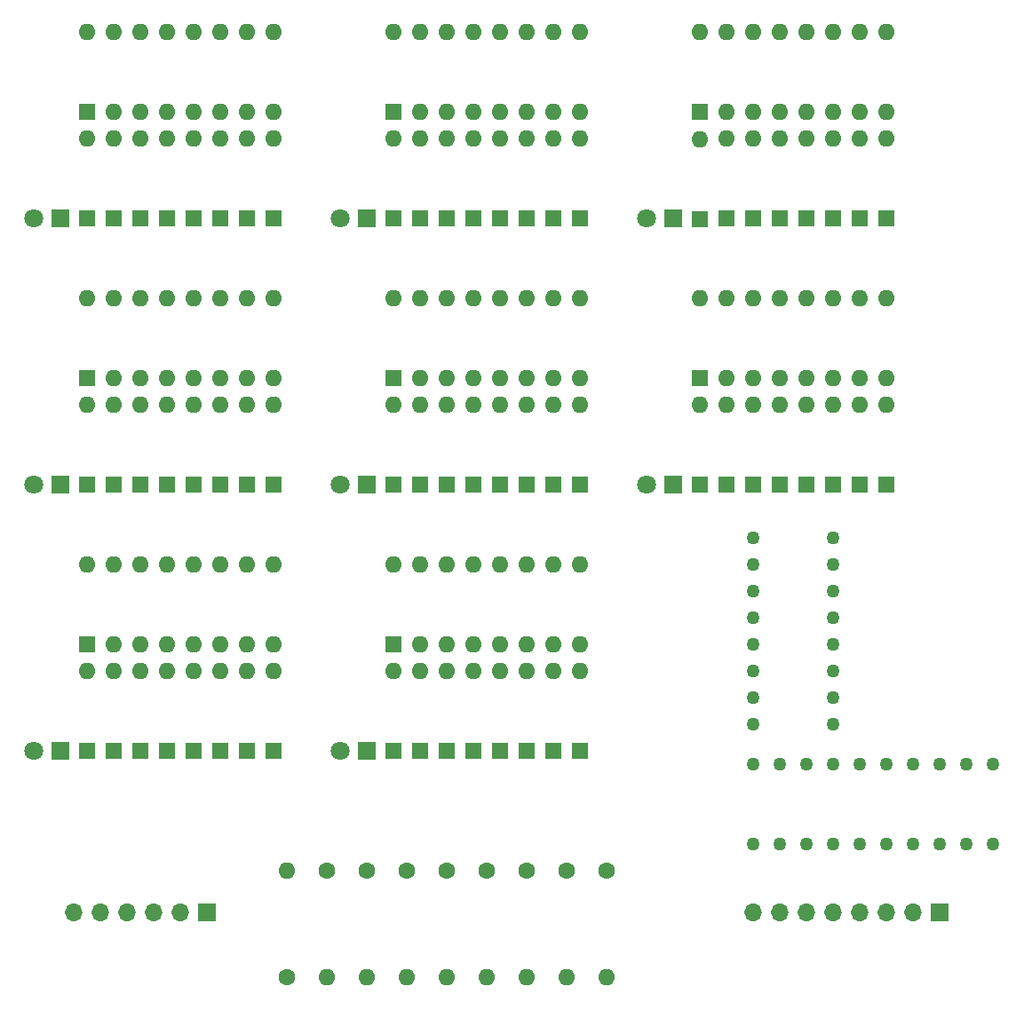
<source format=gts>
G04 #@! TF.GenerationSoftware,KiCad,Pcbnew,8.0.6*
G04 #@! TF.CreationDate,2024-11-11T00:09:23+09:00*
G04 #@! TF.ProjectId,memory_module,6d656d6f-7279-45f6-9d6f-64756c652e6b,rev?*
G04 #@! TF.SameCoordinates,Original*
G04 #@! TF.FileFunction,Soldermask,Top*
G04 #@! TF.FilePolarity,Negative*
%FSLAX46Y46*%
G04 Gerber Fmt 4.6, Leading zero omitted, Abs format (unit mm)*
G04 Created by KiCad (PCBNEW 8.0.6) date 2024-11-11 00:09:23*
%MOMM*%
%LPD*%
G01*
G04 APERTURE LIST*
%ADD10R,1.800000X1.800000*%
%ADD11C,1.800000*%
%ADD12C,1.600000*%
%ADD13O,1.600000X1.600000*%
%ADD14R,1.600000X1.600000*%
%ADD15C,1.270000*%
%ADD16R,1.700000X1.700000*%
%ADD17O,1.700000X1.700000*%
G04 APERTURE END LIST*
D10*
G04 #@! TO.C,D68*
X47620000Y-88260000D03*
D11*
X45080000Y-88260000D03*
G04 #@! TD*
D12*
G04 #@! TO.C,R2*
X76830000Y-125090000D03*
D13*
X76830000Y-135250000D03*
G04 #@! TD*
D14*
G04 #@! TO.C,D53*
X60310000Y-113617500D03*
D13*
X60310000Y-105997500D03*
G04 #@! TD*
D14*
G04 #@! TO.C,D54*
X62850000Y-113617500D03*
D13*
X62850000Y-105997500D03*
G04 #@! TD*
D14*
G04 #@! TO.C,D57*
X79370000Y-113660000D03*
D13*
X79370000Y-106040000D03*
G04 #@! TD*
D14*
G04 #@! TO.C,D34*
X81900000Y-88260000D03*
D13*
X81900000Y-80640000D03*
G04 #@! TD*
D10*
G04 #@! TO.C,D69*
X76830000Y-88260000D03*
D11*
X74290000Y-88260000D03*
G04 #@! TD*
D14*
G04 #@! TO.C,D46*
X121270000Y-88260000D03*
D13*
X121270000Y-80640000D03*
G04 #@! TD*
D14*
G04 #@! TO.C,D6*
X62860000Y-62860000D03*
D13*
X62860000Y-55240000D03*
G04 #@! TD*
D14*
G04 #@! TO.C,D36*
X86980000Y-88260000D03*
D13*
X86980000Y-80640000D03*
G04 #@! TD*
D14*
G04 #@! TO.C,D48*
X126350000Y-88260000D03*
D13*
X126350000Y-80640000D03*
G04 #@! TD*
D14*
G04 #@! TO.C,D42*
X111110000Y-88260000D03*
D13*
X111110000Y-80640000D03*
G04 #@! TD*
D14*
G04 #@! TO.C,D35*
X84440000Y-88260000D03*
D13*
X84440000Y-80640000D03*
G04 #@! TD*
D14*
G04 #@! TO.C,D29*
X60320000Y-88217500D03*
D13*
X60320000Y-80597500D03*
G04 #@! TD*
D14*
G04 #@! TO.C,D61*
X89530000Y-113660000D03*
D13*
X89530000Y-106040000D03*
G04 #@! TD*
D14*
G04 #@! TO.C,D24*
X126360000Y-62860000D03*
D13*
X126360000Y-55240000D03*
G04 #@! TD*
D14*
G04 #@! TO.C,D43*
X113650000Y-88260000D03*
D13*
X113650000Y-80640000D03*
G04 #@! TD*
D14*
G04 #@! TO.C,D18*
X111120000Y-62860000D03*
D13*
X111120000Y-55240000D03*
G04 #@! TD*
D12*
G04 #@! TO.C,R4*
X84450000Y-125090000D03*
D13*
X84450000Y-135250000D03*
G04 #@! TD*
D14*
G04 #@! TO.C,D2*
X52700000Y-62860000D03*
D13*
X52700000Y-55240000D03*
G04 #@! TD*
D14*
G04 #@! TO.C,SW1*
X50160000Y-52700000D03*
D13*
X52700000Y-52700000D03*
X55240000Y-52700000D03*
X57780000Y-52700000D03*
X60320000Y-52700000D03*
X62860000Y-52700000D03*
X65400000Y-52700000D03*
X67940000Y-52700000D03*
X67940000Y-45080000D03*
X65400000Y-45080000D03*
X62860000Y-45080000D03*
X60320000Y-45080000D03*
X57780000Y-45080000D03*
X55240000Y-45080000D03*
X52700000Y-45080000D03*
X50160000Y-45080000D03*
G04 #@! TD*
D14*
G04 #@! TO.C,D20*
X116200000Y-62860000D03*
D13*
X116200000Y-55240000D03*
G04 #@! TD*
D14*
G04 #@! TO.C,D60*
X86990000Y-113660000D03*
D13*
X86990000Y-106040000D03*
G04 #@! TD*
D14*
G04 #@! TO.C,D41*
X108570000Y-88260000D03*
D13*
X108570000Y-80640000D03*
G04 #@! TD*
D14*
G04 #@! TO.C,D8*
X67940000Y-62860000D03*
D13*
X67940000Y-55240000D03*
G04 #@! TD*
D14*
G04 #@! TO.C,SW5*
X79360000Y-78100000D03*
D13*
X81900000Y-78100000D03*
X84440000Y-78100000D03*
X86980000Y-78100000D03*
X89520000Y-78100000D03*
X92060000Y-78100000D03*
X94600000Y-78100000D03*
X97140000Y-78100000D03*
X97140000Y-70480000D03*
X94600000Y-70480000D03*
X92060000Y-70480000D03*
X89520000Y-70480000D03*
X86980000Y-70480000D03*
X84440000Y-70480000D03*
X81900000Y-70480000D03*
X79360000Y-70480000D03*
G04 #@! TD*
D14*
G04 #@! TO.C,D58*
X81910000Y-113660000D03*
D13*
X81910000Y-106040000D03*
G04 #@! TD*
D14*
G04 #@! TO.C,SW3*
X108580000Y-52700000D03*
D13*
X111120000Y-52700000D03*
X113660000Y-52700000D03*
X116200000Y-52700000D03*
X118740000Y-52700000D03*
X121280000Y-52700000D03*
X123820000Y-52700000D03*
X126360000Y-52700000D03*
X126360000Y-45080000D03*
X123820000Y-45080000D03*
X121280000Y-45080000D03*
X118740000Y-45080000D03*
X116200000Y-45080000D03*
X113660000Y-45080000D03*
X111120000Y-45080000D03*
X108580000Y-45080000D03*
G04 #@! TD*
D12*
G04 #@! TO.C,R8*
X99690000Y-125090000D03*
D13*
X99690000Y-135250000D03*
G04 #@! TD*
D15*
G04 #@! TO.C,U1*
X113660000Y-93340000D03*
X113660000Y-95880000D03*
X113660000Y-98420000D03*
X113660000Y-100960000D03*
X113660000Y-103500000D03*
X113660000Y-106040000D03*
X113660000Y-108580000D03*
X113660000Y-111120000D03*
X121280000Y-111120000D03*
X121280000Y-108580000D03*
X121280000Y-106040000D03*
X121280000Y-103500000D03*
X121280000Y-100960000D03*
X121280000Y-98420000D03*
X121280000Y-95880000D03*
X121280000Y-93340000D03*
G04 #@! TD*
D14*
G04 #@! TO.C,D19*
X113660000Y-62860000D03*
D13*
X113660000Y-55240000D03*
G04 #@! TD*
D14*
G04 #@! TO.C,D64*
X97150000Y-113660000D03*
D13*
X97150000Y-106040000D03*
G04 #@! TD*
D14*
G04 #@! TO.C,D32*
X67940000Y-88217500D03*
D13*
X67940000Y-80597500D03*
G04 #@! TD*
D14*
G04 #@! TO.C,D21*
X118740000Y-62860000D03*
D13*
X118740000Y-55240000D03*
G04 #@! TD*
D12*
G04 #@! TO.C,R7*
X95880000Y-125090000D03*
D13*
X95880000Y-135250000D03*
G04 #@! TD*
D16*
G04 #@! TO.C,J1*
X61590000Y-129000000D03*
D17*
X59050000Y-129000000D03*
X56510000Y-129000000D03*
X53970000Y-129000000D03*
X51430000Y-129000000D03*
X48890000Y-129000000D03*
G04 #@! TD*
D14*
G04 #@! TO.C,D23*
X123820000Y-62860000D03*
D13*
X123820000Y-55240000D03*
G04 #@! TD*
D14*
G04 #@! TO.C,D49*
X50150000Y-113617500D03*
D13*
X50150000Y-105997500D03*
G04 #@! TD*
D14*
G04 #@! TO.C,D22*
X121280000Y-62860000D03*
D13*
X121280000Y-55240000D03*
G04 #@! TD*
D14*
G04 #@! TO.C,SW6*
X108570000Y-78100000D03*
D13*
X111110000Y-78100000D03*
X113650000Y-78100000D03*
X116190000Y-78100000D03*
X118730000Y-78100000D03*
X121270000Y-78100000D03*
X123810000Y-78100000D03*
X126350000Y-78100000D03*
X126350000Y-70480000D03*
X123810000Y-70480000D03*
X121270000Y-70480000D03*
X118730000Y-70480000D03*
X116190000Y-70480000D03*
X113650000Y-70480000D03*
X111110000Y-70480000D03*
X108570000Y-70480000D03*
G04 #@! TD*
D14*
G04 #@! TO.C,D44*
X116190000Y-88260000D03*
D13*
X116190000Y-80640000D03*
G04 #@! TD*
D14*
G04 #@! TO.C,D33*
X79360000Y-88260000D03*
D13*
X79360000Y-80640000D03*
G04 #@! TD*
D10*
G04 #@! TO.C,D72*
X76830000Y-113660000D03*
D11*
X74290000Y-113660000D03*
G04 #@! TD*
D10*
G04 #@! TO.C,D71*
X47620000Y-113660000D03*
D11*
X45080000Y-113660000D03*
G04 #@! TD*
D14*
G04 #@! TO.C,D14*
X92060000Y-62860000D03*
D13*
X92060000Y-55240000D03*
G04 #@! TD*
D14*
G04 #@! TO.C,D3*
X55240000Y-62860000D03*
D13*
X55240000Y-55240000D03*
G04 #@! TD*
D10*
G04 #@! TO.C,D65*
X47620000Y-62860000D03*
D11*
X45080000Y-62860000D03*
G04 #@! TD*
D14*
G04 #@! TO.C,SW2*
X79360000Y-52700000D03*
D13*
X81900000Y-52700000D03*
X84440000Y-52700000D03*
X86980000Y-52700000D03*
X89520000Y-52700000D03*
X92060000Y-52700000D03*
X94600000Y-52700000D03*
X97140000Y-52700000D03*
X97140000Y-45080000D03*
X94600000Y-45080000D03*
X92060000Y-45080000D03*
X89520000Y-45080000D03*
X86980000Y-45080000D03*
X84440000Y-45080000D03*
X81900000Y-45080000D03*
X79360000Y-45080000D03*
G04 #@! TD*
D10*
G04 #@! TO.C,D67*
X106040000Y-62860000D03*
D11*
X103500000Y-62860000D03*
G04 #@! TD*
D14*
G04 #@! TO.C,D28*
X57780000Y-88217500D03*
D13*
X57780000Y-80597500D03*
G04 #@! TD*
D15*
G04 #@! TO.C,U2*
X136520000Y-114930000D03*
X133980000Y-114930000D03*
X131440000Y-114930000D03*
X128900000Y-114930000D03*
X126360000Y-114930000D03*
X123820000Y-114930000D03*
X121280000Y-114930000D03*
X118740000Y-114930000D03*
X116200000Y-114930000D03*
X113660000Y-114930000D03*
X113660000Y-122550000D03*
X116200000Y-122550000D03*
X118740000Y-122550000D03*
X121280000Y-122550000D03*
X123820000Y-122550000D03*
X126360000Y-122550000D03*
X128900000Y-122550000D03*
X131440000Y-122550000D03*
X133980000Y-122550000D03*
X136520000Y-122550000D03*
G04 #@! TD*
D14*
G04 #@! TO.C,D4*
X57780000Y-62860000D03*
D13*
X57780000Y-55240000D03*
G04 #@! TD*
D14*
G04 #@! TO.C,D13*
X89520000Y-62860000D03*
D13*
X89520000Y-55240000D03*
G04 #@! TD*
D14*
G04 #@! TO.C,D10*
X81900000Y-62860000D03*
D13*
X81900000Y-55240000D03*
G04 #@! TD*
D14*
G04 #@! TO.C,D12*
X86980000Y-62860000D03*
D13*
X86980000Y-55240000D03*
G04 #@! TD*
D14*
G04 #@! TO.C,D51*
X55230000Y-113617500D03*
D13*
X55230000Y-105997500D03*
G04 #@! TD*
D14*
G04 #@! TO.C,D50*
X52690000Y-113617500D03*
D13*
X52690000Y-105997500D03*
G04 #@! TD*
D14*
G04 #@! TO.C,D31*
X65400000Y-88217500D03*
D13*
X65400000Y-80597500D03*
G04 #@! TD*
D12*
G04 #@! TO.C,R3*
X80640000Y-125090000D03*
D13*
X80640000Y-135250000D03*
G04 #@! TD*
D14*
G04 #@! TO.C,SW8*
X79370000Y-103500000D03*
D13*
X81910000Y-103500000D03*
X84450000Y-103500000D03*
X86990000Y-103500000D03*
X89530000Y-103500000D03*
X92070000Y-103500000D03*
X94610000Y-103500000D03*
X97150000Y-103500000D03*
X97150000Y-95880000D03*
X94610000Y-95880000D03*
X92070000Y-95880000D03*
X89530000Y-95880000D03*
X86990000Y-95880000D03*
X84450000Y-95880000D03*
X81910000Y-95880000D03*
X79370000Y-95880000D03*
G04 #@! TD*
D14*
G04 #@! TO.C,D40*
X97140000Y-88260000D03*
D13*
X97140000Y-80640000D03*
G04 #@! TD*
D14*
G04 #@! TO.C,SW7*
X50150000Y-103457500D03*
D13*
X52690000Y-103457500D03*
X55230000Y-103457500D03*
X57770000Y-103457500D03*
X60310000Y-103457500D03*
X62850000Y-103457500D03*
X65390000Y-103457500D03*
X67930000Y-103457500D03*
X67930000Y-95837500D03*
X65390000Y-95837500D03*
X62850000Y-95837500D03*
X60310000Y-95837500D03*
X57770000Y-95837500D03*
X55230000Y-95837500D03*
X52690000Y-95837500D03*
X50150000Y-95837500D03*
G04 #@! TD*
D14*
G04 #@! TO.C,D37*
X89520000Y-88260000D03*
D13*
X89520000Y-80640000D03*
G04 #@! TD*
D14*
G04 #@! TO.C,D30*
X62860000Y-88217500D03*
D13*
X62860000Y-80597500D03*
G04 #@! TD*
D12*
G04 #@! TO.C,R6*
X92070000Y-125090000D03*
D13*
X92070000Y-135250000D03*
G04 #@! TD*
D14*
G04 #@! TO.C,SW4*
X50160000Y-78057500D03*
D13*
X52700000Y-78057500D03*
X55240000Y-78057500D03*
X57780000Y-78057500D03*
X60320000Y-78057500D03*
X62860000Y-78057500D03*
X65400000Y-78057500D03*
X67940000Y-78057500D03*
X67940000Y-70437500D03*
X65400000Y-70437500D03*
X62860000Y-70437500D03*
X60320000Y-70437500D03*
X57780000Y-70437500D03*
X55240000Y-70437500D03*
X52700000Y-70437500D03*
X50160000Y-70437500D03*
G04 #@! TD*
D14*
G04 #@! TO.C,D17*
X108580000Y-62910000D03*
D13*
X108580000Y-55290000D03*
G04 #@! TD*
D12*
G04 #@! TO.C,R1*
X73020000Y-125090000D03*
D13*
X73020000Y-135250000D03*
G04 #@! TD*
D14*
G04 #@! TO.C,D55*
X65390000Y-113617500D03*
D13*
X65390000Y-105997500D03*
G04 #@! TD*
D14*
G04 #@! TO.C,D1*
X50160000Y-62860000D03*
D13*
X50160000Y-55240000D03*
G04 #@! TD*
D14*
G04 #@! TO.C,D7*
X65400000Y-62860000D03*
D13*
X65400000Y-55240000D03*
G04 #@! TD*
D14*
G04 #@! TO.C,D5*
X60320000Y-62860000D03*
D13*
X60320000Y-55240000D03*
G04 #@! TD*
D14*
G04 #@! TO.C,D59*
X84450000Y-113660000D03*
D13*
X84450000Y-106040000D03*
G04 #@! TD*
D14*
G04 #@! TO.C,D39*
X94600000Y-88260000D03*
D13*
X94600000Y-80640000D03*
G04 #@! TD*
D14*
G04 #@! TO.C,D26*
X52700000Y-88217500D03*
D13*
X52700000Y-80597500D03*
G04 #@! TD*
D14*
G04 #@! TO.C,D11*
X84440000Y-62860000D03*
D13*
X84440000Y-55240000D03*
G04 #@! TD*
D14*
G04 #@! TO.C,D27*
X55240000Y-88217500D03*
D13*
X55240000Y-80597500D03*
G04 #@! TD*
D14*
G04 #@! TO.C,D63*
X94610000Y-113660000D03*
D13*
X94610000Y-106040000D03*
G04 #@! TD*
D14*
G04 #@! TO.C,D9*
X79360000Y-62860000D03*
D13*
X79360000Y-55240000D03*
G04 #@! TD*
D14*
G04 #@! TO.C,D38*
X92060000Y-88260000D03*
D13*
X92060000Y-80640000D03*
G04 #@! TD*
D14*
G04 #@! TO.C,D62*
X92070000Y-113660000D03*
D13*
X92070000Y-106040000D03*
G04 #@! TD*
D14*
G04 #@! TO.C,D25*
X50160000Y-88217500D03*
D13*
X50160000Y-80597500D03*
G04 #@! TD*
D16*
G04 #@! TO.C,J2*
X131440000Y-129000000D03*
D17*
X128900000Y-129000000D03*
X126360000Y-129000000D03*
X123820000Y-129000000D03*
X121280000Y-129000000D03*
X118740000Y-129000000D03*
X116200000Y-129000000D03*
X113660000Y-129000000D03*
G04 #@! TD*
D14*
G04 #@! TO.C,D45*
X118730000Y-88260000D03*
D13*
X118730000Y-80640000D03*
G04 #@! TD*
D10*
G04 #@! TO.C,D70*
X106040000Y-88260000D03*
D11*
X103500000Y-88260000D03*
G04 #@! TD*
D10*
G04 #@! TO.C,D66*
X76830000Y-62860000D03*
D11*
X74290000Y-62860000D03*
G04 #@! TD*
D14*
G04 #@! TO.C,D47*
X123810000Y-88260000D03*
D13*
X123810000Y-80640000D03*
G04 #@! TD*
D14*
G04 #@! TO.C,D16*
X97140000Y-62860000D03*
D13*
X97140000Y-55240000D03*
G04 #@! TD*
D14*
G04 #@! TO.C,D52*
X57770000Y-113617500D03*
D13*
X57770000Y-105997500D03*
G04 #@! TD*
D14*
G04 #@! TO.C,D15*
X94570000Y-62860000D03*
D13*
X94570000Y-55240000D03*
G04 #@! TD*
D14*
G04 #@! TO.C,D56*
X67930000Y-113617500D03*
D13*
X67930000Y-105997500D03*
G04 #@! TD*
D12*
G04 #@! TO.C,R9*
X69210000Y-135250000D03*
D13*
X69210000Y-125090000D03*
G04 #@! TD*
D12*
G04 #@! TO.C,R5*
X88260000Y-125090000D03*
D13*
X88260000Y-135250000D03*
G04 #@! TD*
M02*

</source>
